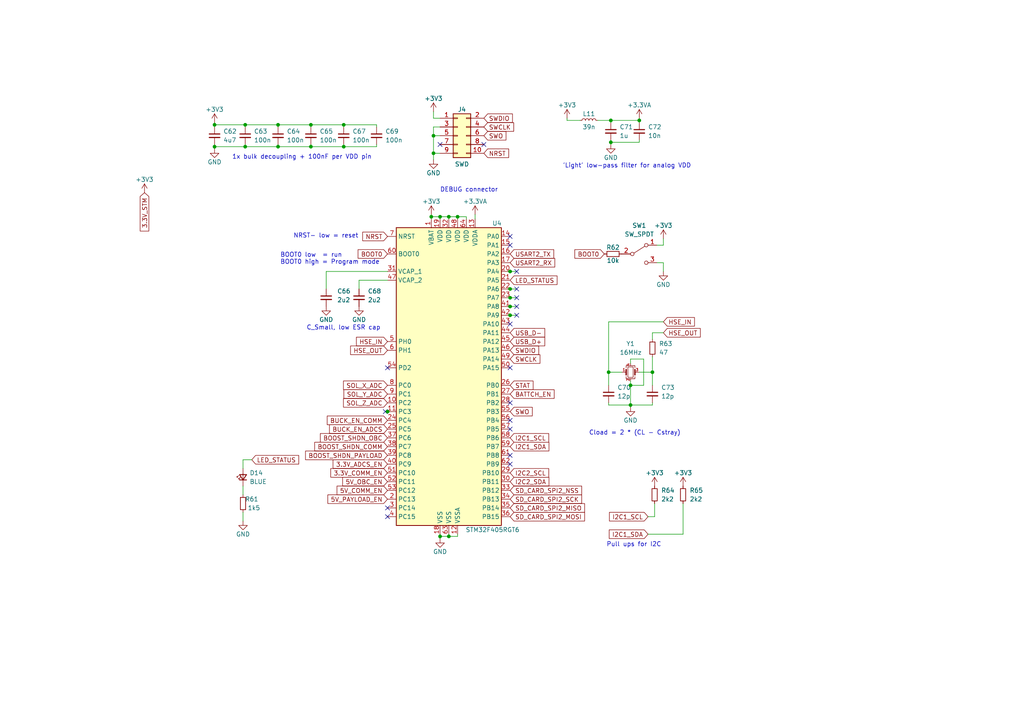
<source format=kicad_sch>
(kicad_sch (version 20230121) (generator eeschema)
  (paper "A4")
  (lib_symbols
    (symbol "Connector_Generic:Conn_02x05_Odd_Even" (pin_names (offset 1.016) hide)
      (property "Reference" "J" (at 1.27 7.62 0))
      (property "Value" "Conn_02x05_Odd_Even" (at 1.27 -7.62 0))
      (symbol "Conn_02x05_Odd_Even_1_1"
        (rectangle (start -1.27 -4.953) (end 0 -5.207) (stroke (width 0.1524)))
        (rectangle (start -1.27 -2.413) (end 0 -2.667) (stroke (width 0.1524)))
        (rectangle (start -1.27 0.127) (end 0 -0.127) (stroke (width 0.1524)))
        (rectangle (start -1.27 2.667) (end 0 2.413) (stroke (width 0.1524)))
        (rectangle (start -1.27 5.207) (end 0 4.953) (stroke (width 0.1524)))
        (rectangle (start -1.27 6.35) (end 3.81 -6.35) (stroke (width 0.254)) (fill (type background)))
        (rectangle (start 3.81 -4.953) (end 2.54 -5.207) (stroke (width 0.1524)))
        (rectangle (start 3.81 -2.413) (end 2.54 -2.667) (stroke (width 0.1524)))
        (rectangle (start 3.81 0.127) (end 2.54 -0.127) (stroke (width 0.1524)))
        (rectangle (start 3.81 2.667) (end 2.54 2.413) (stroke (width 0.1524)))
        (rectangle (start 3.81 5.207) (end 2.54 4.953) (stroke (width 0.1524)))
        (pin passive line (at -5.08 5.08 0) (length 3.81) (name "Pin_1") (number "1"))
        (pin passive line (at 7.62 -5.08 180) (length 3.81) (name "Pin_10") (number "10"))
        (pin passive line (at 7.62 5.08 180) (length 3.81) (name "Pin_2") (number "2"))
        (pin passive line (at -5.08 2.54 0) (length 3.81) (name "Pin_3") (number "3"))
        (pin passive line (at 7.62 2.54 180) (length 3.81) (name "Pin_4") (number "4"))
        (pin passive line (at -5.08 0 0) (length 3.81) (name "Pin_5") (number "5"))
        (pin passive line (at 7.62 0 180) (length 3.81) (name "Pin_6") (number "6"))
        (pin passive line (at -5.08 -2.54 0) (length 3.81) (name "Pin_7") (number "7"))
        (pin passive line (at 7.62 -2.54 180) (length 3.81) (name "Pin_8") (number "8"))
        (pin passive line (at -5.08 -5.08 0) (length 3.81) (name "Pin_9") (number "9"))
      )
    )
    (symbol "Device:C_Small" (pin_numbers hide) (pin_names (offset 0.254) hide)
      (property "Reference" "C" (at 0.254 1.778 0))
      (property "Value" "C_Small" (at 0.254 -2.032 0))
      (symbol "C_Small_0_1"
        (polyline (pts (xy -1.524 -0.508) (xy 1.524 -0.508)) (stroke (width 0.3302)))
        (polyline (pts (xy -1.524 0.508) (xy 1.524 0.508)) (stroke (width 0.3048)))
      )
      (symbol "C_Small_1_1"
        (pin passive line (at 0 2.54 270) (length 2.032) (name "~") (number "1"))
        (pin passive line (at 0 -2.54 90) (length 2.032) (name "~") (number "2"))
      )
    )
    (symbol "Device:Crystal_GND24_Small" (pin_names (offset 1.016) hide)
      (property "Reference" "Y" (at 1.27 4.445 0))
      (property "Value" "Crystal_GND24_Small" (at 1.27 2.54 0))
      (symbol "Crystal_GND24_Small_0_1"
        (rectangle (start -0.762 -1.524) (end 0.762 1.524))
        (polyline (pts (xy -1.27 -0.762) (xy -1.27 0.762)) (stroke (width 0.381)))
        (polyline (pts (xy 1.27 -0.762) (xy 1.27 0.762)) (stroke (width 0.381)))
        (polyline (pts (xy -1.27 -1.27) (xy -1.27 -1.905) (xy 1.27 -1.905) (xy 1.27 -1.27)))
        (polyline (pts (xy -1.27 1.27) (xy -1.27 1.905) (xy 1.27 1.905) (xy 1.27 1.27)))
      )
      (symbol "Crystal_GND24_Small_1_1"
        (pin passive line (at -2.54 0 0) (length 1.27) (name "1") (number "1"))
        (pin passive line (at 0 -2.54 90) (length 0.635) (name "2") (number "2"))
        (pin passive line (at 2.54 0 180) (length 1.27) (name "3") (number "3"))
        (pin passive line (at 0 2.54 270) (length 0.635) (name "4") (number "4"))
      )
    )
    (symbol "Device:LED_Small" (pin_numbers hide) (pin_names (offset 0.254) hide)
      (property "Reference" "D" (at -1.27 3.175 0))
      (property "Value" "LED_Small" (at -4.445 -2.54 0))
      (symbol "LED_Small_0_1"
        (polyline (pts (xy -0.762 -1.016) (xy -0.762 1.016)) (stroke (width 0.254)))
        (polyline (pts (xy 1.016 0) (xy -0.762 0)))
        (polyline (pts (xy 0.762 -1.016) (xy -0.762 0) (xy 0.762 1.016) (xy 0.762 -1.016)) (stroke (width 0.254)))
        (polyline (pts (xy 0 0.762) (xy -0.508 1.27) (xy -0.254 1.27) (xy -0.508 1.27) (xy -0.508 1.016)))
        (polyline (pts (xy 0.508 1.27) (xy 0 1.778) (xy 0.254 1.778) (xy 0 1.778) (xy 0 1.524)))
      )
      (symbol "LED_Small_1_1"
        (pin passive line (at -2.54 0 0) (length 1.778) (name "K") (number "1"))
        (pin passive line (at 2.54 0 180) (length 1.778) (name "A") (number "2"))
      )
    )
    (symbol "Device:L_Small" (pin_numbers hide) (pin_names (offset 0.254) hide)
      (property "Reference" "L" (at 0.762 1.016 0))
      (property "Value" "L_Small" (at 0.762 -1.016 0))
      (symbol "L_Small_0_1"
        (arc (start 0 -2.032) (mid 0.5058 -1.524) (end 0 -1.016))
        (arc (start 0 -1.016) (mid 0.5058 -0.508) (end 0 0))
        (arc (start 0 0) (mid 0.5058 0.508) (end 0 1.016))
        (arc (start 0 1.016) (mid 0.5058 1.524) (end 0 2.032))
      )
      (symbol "L_Small_1_1"
        (pin passive line (at 0 2.54 270) (length 0.508) (name "~") (number "1"))
        (pin passive line (at 0 -2.54 90) (length 0.508) (name "~") (number "2"))
      )
    )
    (symbol "Device:R_Small" (pin_numbers hide) (pin_names (offset 0.254) hide)
      (property "Reference" "R" (at 0.762 0.508 0))
      (property "Value" "R_Small" (at 0.762 -1.016 0))
      (symbol "R_Small_0_1"
        (rectangle (start -0.762 1.778) (end 0.762 -1.778) (stroke (width 0.2032)))
      )
      (symbol "R_Small_1_1"
        (pin passive line (at 0 2.54 270) (length 0.762) (name "~") (number "1"))
        (pin passive line (at 0 -2.54 90) (length 0.762) (name "~") (number "2"))
      )
    )
    (symbol "MCU_ST_STM32F4:STM32F405RGTx"
      (property "Reference" "U" (at -15.24 44.45 0))
      (property "Value" "STM32F405RGTx" (at 10.16 44.45 0))
      (symbol "STM32F405RGTx_0_1"
        (rectangle (start -15.24 -43.18) (end 15.24 43.18) (stroke (width 0.254)) (fill (type background)))
      )
      (symbol "STM32F405RGTx_1_1"
        (pin power_in line (at -5.08 45.72 270) (length 2.54) (name "VBAT") (number "1"))
        (pin bidirectional line (at -17.78 -7.62 0) (length 2.54) (name "PC2") (number "10"))
        (pin bidirectional line (at -17.78 -10.16 0) (length 2.54) (name "PC3") (number "11"))
        (pin power_in line (at 2.54 -45.72 90) (length 2.54) (name "VSSA") (number "12"))
        (pin power_in line (at 7.62 45.72 270) (length 2.54) (name "VDDA") (number "13"))
        (pin bidirectional line (at 17.78 40.64 180) (length 2.54) (name "PA0") (number "14"))
        (pin bidirectional line (at 17.78 38.1 180) (length 2.54) (name "PA1") (number "15"))
        (pin bidirectional line (at 17.78 35.56 180) (length 2.54) (name "PA2") (number "16"))
        (pin bidirectional line (at 17.78 33.02 180) (length 2.54) (name "PA3") (number "17"))
        (pin power_in line (at -2.54 -45.72 90) (length 2.54) (name "VSS") (number "18"))
        (pin power_in line (at -2.54 45.72 270) (length 2.54) (name "VDD") (number "19"))
        (pin bidirectional line (at -17.78 -35.56 0) (length 2.54) (name "PC13") (number "2"))
        (pin bidirectional line (at 17.78 30.48 180) (length 2.54) (name "PA4") (number "20"))
        (pin bidirectional line (at 17.78 27.94 180) (length 2.54) (name "PA5") (number "21"))
        (pin bidirectional line (at 17.78 25.4 180) (length 2.54) (name "PA6") (number "22"))
        (pin bidirectional line (at 17.78 22.86 180) (length 2.54) (name "PA7") (number "23"))
        (pin bidirectional line (at -17.78 -12.7 0) (length 2.54) (name "PC4") (number "24"))
        (pin bidirectional line (at -17.78 -15.24 0) (length 2.54) (name "PC5") (number "25"))
        (pin bidirectional line (at 17.78 -2.54 180) (length 2.54) (name "PB0") (number "26"))
        (pin bidirectional line (at 17.78 -5.08 180) (length 2.54) (name "PB1") (number "27"))
        (pin bidirectional line (at 17.78 -7.62 180) (length 2.54) (name "PB2") (number "28"))
        (pin bidirectional line (at 17.78 -27.94 180) (length 2.54) (name "PB10") (number "29"))
        (pin bidirectional line (at -17.78 -38.1 0) (length 2.54) (name "PC14") (number "3"))
        (pin bidirectional line (at 17.78 -30.48 180) (length 2.54) (name "PB11") (number "30"))
        (pin power_in line (at -17.78 30.48 0) (length 2.54) (name "VCAP_1") (number "31"))
        (pin power_in line (at 0 45.72 270) (length 2.54) (name "VDD") (number "32"))
        (pin bidirectional line (at 17.78 -33.02 180) (length 2.54) (name "PB12") (number "33"))
        (pin bidirectional line (at 17.78 -35.56 180) (length 2.54) (name "PB13") (number "34"))
        (pin bidirectional line (at 17.78 -38.1 180) (length 2.54) (name "PB14") (number "35"))
        (pin bidirectional line (at 17.78 -40.64 180) (length 2.54) (name "PB15") (number "36"))
        (pin bidirectional line (at -17.78 -17.78 0) (length 2.54) (name "PC6") (number "37"))
        (pin bidirectional line (at -17.78 -20.32 0) (length 2.54) (name "PC7") (number "38"))
        (pin bidirectional line (at -17.78 -22.86 0) (length 2.54) (name "PC8") (number "39"))
        (pin bidirectional line (at -17.78 -40.64 0) (length 2.54) (name "PC15") (number "4"))
        (pin bidirectional line (at -17.78 -25.4 0) (length 2.54) (name "PC9") (number "40"))
        (pin bidirectional line (at 17.78 20.32 180) (length 2.54) (name "PA8") (number "41"))
        (pin bidirectional line (at 17.78 17.78 180) (length 2.54) (name "PA9") (number "42"))
        (pin bidirectional line (at 17.78 15.24 180) (length 2.54) (name "PA10") (number "43"))
        (pin bidirectional line (at 17.78 12.7 180) (length 2.54) (name "PA11") (number "44"))
        (pin bidirectional line (at 17.78 10.16 180) (length 2.54) (name "PA12") (number "45"))
        (pin bidirectional line (at 17.78 7.62 180) (length 2.54) (name "PA13") (number "46"))
        (pin power_in line (at -17.78 27.94 0) (length 2.54) (name "VCAP_2") (number "47"))
        (pin power_in line (at 2.54 45.72 270) (length 2.54) (name "VDD") (number "48"))
        (pin bidirectional line (at 17.78 5.08 180) (length 2.54) (name "PA14") (number "49"))
        (pin input line (at -17.78 10.16 0) (length 2.54) (name "PH0") (number "5"))
        (pin bidirectional line (at 17.78 2.54 180) (length 2.54) (name "PA15") (number "50"))
        (pin bidirectional line (at -17.78 -27.94 0) (length 2.54) (name "PC10") (number "51"))
        (pin bidirectional line (at -17.78 -30.48 0) (length 2.54) (name "PC11") (number "52"))
        (pin bidirectional line (at -17.78 -33.02 0) (length 2.54) (name "PC12") (number "53"))
        (pin bidirectional line (at -17.78 2.54 0) (length 2.54) (name "PD2") (number "54"))
        (pin bidirectional line (at 17.78 -10.16 180) (length 2.54) (name "PB3") (number "55"))
        (pin bidirectional line (at 17.78 -12.7 180) (length 2.54) (name "PB4") (number "56"))
        (pin bidirectional line (at 17.78 -15.24 180) (length 2.54) (name "PB5") (number "57"))
        (pin bidirectional line (at 17.78 -17.78 180) (length 2.54) (name "PB6") (number "58"))
        (pin bidirectional line (at 17.78 -20.32 180) (length 2.54) (name "PB7") (number "59"))
        (pin input line (at -17.78 7.62 0) (length 2.54) (name "PH1") (number "6"))
        (pin input line (at -17.78 35.56 0) (length 2.54) (name "BOOT0") (number "60"))
        (pin bidirectional line (at 17.78 -22.86 180) (length 2.54) (name "PB8") (number "61"))
        (pin bidirectional line (at 17.78 -25.4 180) (length 2.54) (name "PB9") (number "62"))
        (pin power_in line (at 0 -45.72 90) (length 2.54) (name "VSS") (number "63"))
        (pin power_in line (at 5.08 45.72 270) (length 2.54) (name "VDD") (number "64"))
        (pin input line (at -17.78 40.64 0) (length 2.54) (name "NRST") (number "7"))
        (pin bidirectional line (at -17.78 -2.54 0) (length 2.54) (name "PC0") (number "8"))
        (pin bidirectional line (at -17.78 -5.08 0) (length 2.54) (name "PC1") (number "9"))
      )
    )
    (symbol "STM32F4_REV2-rescue:+3.3V-power" (power) (pin_names (offset 0))
      (property "Value" "+3.3V-power" (at 0 3.556 0))
      (symbol "+3.3V-power_0_1"
        (polyline (pts (xy -0.762 1.27) (xy 0 2.54)))
        (polyline (pts (xy 0 0) (xy 0 2.54)))
        (polyline (pts (xy 0 2.54) (xy 0.762 1.27)))
      )
      (symbol "+3.3V-power_1_1"
        (pin power_in line (at 0 0 90) (length 0) hide (name "+3V3") (number "1"))
      )
    )
    (symbol "Switch:SW_SPDT" (pin_names (offset 0) hide)
      (property "Reference" "SW" (at 0 4.318 0))
      (property "Value" "SW_SPDT" (at 0 -5.08 0))
      (symbol "SW_SPDT_0_0"
        (circle (center -2.032 0) (radius 0.508))
        (circle (center 2.032 -2.54) (radius 0.508))
      )
      (symbol "SW_SPDT_0_1"
        (polyline (pts (xy -1.524 0.254) (xy 1.651 2.286)))
        (circle (center 2.032 2.54) (radius 0.508))
      )
      (symbol "SW_SPDT_1_1"
        (pin passive line (at 5.08 2.54 180) (length 2.54) (name "A") (number "1"))
        (pin passive line (at -5.08 0 0) (length 2.54) (name "B") (number "2"))
        (pin passive line (at 5.08 -2.54 180) (length 2.54) (name "C") (number "3"))
      )
    )
    (symbol "power:+3.3VA" (power) (pin_names (offset 0))
      (property "Value" "+3.3VA" (at 0 3.556 0))
      (symbol "+3.3VA_0_1"
        (polyline (pts (xy -0.762 1.27) (xy 0 2.54)))
        (polyline (pts (xy 0 0) (xy 0 2.54)))
        (polyline (pts (xy 0 2.54) (xy 0.762 1.27)))
      )
      (symbol "+3.3VA_1_1"
        (pin power_in line (at 0 0 90) (length 0) hide (name "+3.3VA") (number "1"))
      )
    )
    (symbol "power:GND" (power) (pin_names (offset 0))
      (property "Value" "GND" (at 0 -3.81 0))
      (symbol "GND_0_1"
        (polyline (pts (xy 0 0) (xy 0 -1.27) (xy 1.27 -1.27) (xy 0 -2.54) (xy -1.27 -1.27) (xy 0 -1.27)))
      )
      (symbol "GND_1_1"
        (pin power_in line (at 0 0 270) (length 0) hide (name "GND") (number "1"))
      )
    )
  )
  (junction (at 99.695 36.195))
  (junction (at 177.165 34.925))
  (junction (at 177.165 41.275))
  (junction (at 147.955 91.44))
  (junction (at 62.23 36.195))
  (junction (at 189.23 107.95))
  (junction (at 147.955 88.9))
  (junction (at 147.955 83.82))
  (junction (at 90.17 42.545))
  (junction (at 125.095 62.865))
  (junction (at 176.53 107.95))
  (junction (at 62.23 42.545))
  (junction (at 71.12 42.545))
  (junction (at 71.12 36.195))
  (junction (at 125.73 39.37))
  (junction (at 182.88 117.475))
  (junction (at 80.645 42.545))
  (junction (at 130.175 155.575))
  (junction (at 99.695 42.545))
  (junction (at 132.715 62.865))
  (junction (at 80.645 36.195))
  (junction (at 112.395 119.38))
  (junction (at 130.175 62.865))
  (junction (at 147.955 78.74))
  (junction (at 127.635 155.575))
  (junction (at 127.635 62.865))
  (junction (at 125.73 44.45))
  (junction (at 147.955 86.36))
  (junction (at 90.17 36.195))
  (junction (at 185.42 34.925))
  (junction (at 182.88 111.76))
  (no_connect (at 147.955 93.98))
  (no_connect (at 112.395 147.32))
  (no_connect (at 140.335 41.91))
  (no_connect (at 127.635 41.91))
  (no_connect (at 147.955 134.62))
  (no_connect (at 112.395 106.68))
  (no_connect (at 147.955 68.58))
  (no_connect (at 147.955 132.08))
  (no_connect (at 149.86 86.36))
  (no_connect (at 147.955 116.84))
  (no_connect (at 111.76 119.38))
  (no_connect (at 147.955 124.46))
  (no_connect (at 147.955 71.12))
  (no_connect (at 112.395 149.86))
  (no_connect (at 149.86 78.74))
  (no_connect (at 147.955 121.92))
  (no_connect (at 147.955 106.68))
  (no_connect (at 149.86 88.9))
  (no_connect (at 149.86 91.44))
  (no_connect (at 149.86 83.82))
  (wire (pts (xy 80.645 42.545) (xy 90.17 42.545)))
  (wire (pts (xy 182.88 118.11) (xy 182.88 117.475)))
  (wire (pts (xy 62.23 42.545) (xy 71.12 42.545)))
  (wire (pts (xy 189.23 117.475) (xy 189.23 116.84)))
  (wire (pts (xy 90.17 41.91) (xy 90.17 42.545)))
  (wire (pts (xy 147.955 78.74) (xy 149.86 78.74)))
  (wire (pts (xy 125.73 44.45) (xy 125.73 46.355)))
  (wire (pts (xy 112.395 119.38) (xy 113.03 119.38)))
  (wire (pts (xy 90.17 36.195) (xy 99.695 36.195)))
  (wire (pts (xy 99.695 36.195) (xy 109.22 36.195)))
  (wire (pts (xy 62.23 43.18) (xy 62.23 42.545)))
  (wire (pts (xy 185.42 35.56) (xy 185.42 34.925)))
  (wire (pts (xy 176.53 93.345) (xy 176.53 107.95)))
  (wire (pts (xy 127.635 63.5) (xy 127.635 62.865)))
  (wire (pts (xy 62.23 35.56) (xy 62.23 36.195)))
  (wire (pts (xy 185.42 34.925) (xy 177.165 34.925)))
  (wire (pts (xy 182.88 110.49) (xy 182.88 111.76)))
  (wire (pts (xy 147.955 83.82) (xy 149.86 83.82)))
  (wire (pts (xy 192.405 96.52) (xy 189.23 96.52)))
  (wire (pts (xy 147.955 88.9) (xy 149.86 88.9)))
  (wire (pts (xy 177.165 41.275) (xy 177.165 40.64)))
  (wire (pts (xy 182.88 105.41) (xy 182.88 104.14)))
  (wire (pts (xy 132.715 155.575) (xy 132.715 154.94)))
  (wire (pts (xy 186.69 111.76) (xy 182.88 111.76)))
  (wire (pts (xy 90.17 42.545) (xy 99.695 42.545)))
  (wire (pts (xy 80.645 41.91) (xy 80.645 42.545)))
  (wire (pts (xy 99.695 42.545) (xy 109.22 42.545)))
  (wire (pts (xy 176.53 107.95) (xy 180.34 107.95)))
  (wire (pts (xy 90.17 36.83) (xy 90.17 36.195)))
  (wire (pts (xy 135.255 62.865) (xy 135.255 63.5)))
  (wire (pts (xy 127.635 44.45) (xy 125.73 44.45)))
  (wire (pts (xy 71.12 36.195) (xy 80.645 36.195)))
  (wire (pts (xy 164.465 34.29) (xy 164.465 34.925)))
  (wire (pts (xy 177.165 34.925) (xy 173.355 34.925)))
  (wire (pts (xy 62.23 42.545) (xy 62.23 41.91)))
  (wire (pts (xy 111.76 119.38) (xy 112.395 119.38)))
  (wire (pts (xy 185.42 34.29) (xy 185.42 34.925)))
  (wire (pts (xy 147.32 78.74) (xy 147.955 78.74)))
  (wire (pts (xy 127.635 156.21) (xy 127.635 155.575)))
  (wire (pts (xy 125.095 62.865) (xy 127.635 62.865)))
  (wire (pts (xy 187.96 149.86) (xy 189.865 149.86)))
  (wire (pts (xy 127.635 36.83) (xy 125.73 36.83)))
  (wire (pts (xy 192.405 76.2) (xy 190.5 76.2)))
  (wire (pts (xy 130.175 62.865) (xy 132.715 62.865)))
  (wire (pts (xy 190.5 71.12) (xy 192.405 71.12)))
  (wire (pts (xy 125.73 34.29) (xy 127.635 34.29)))
  (wire (pts (xy 109.22 42.545) (xy 109.22 41.91)))
  (wire (pts (xy 182.88 111.76) (xy 182.88 117.475)))
  (wire (pts (xy 147.32 86.36) (xy 147.955 86.36)))
  (wire (pts (xy 132.715 62.865) (xy 135.255 62.865)))
  (wire (pts (xy 70.485 151.13) (xy 70.485 148.59)))
  (wire (pts (xy 127.635 155.575) (xy 130.175 155.575)))
  (wire (pts (xy 109.22 36.195) (xy 109.22 36.83)))
  (wire (pts (xy 80.645 36.195) (xy 90.17 36.195)))
  (wire (pts (xy 99.695 36.83) (xy 99.695 36.195)))
  (wire (pts (xy 176.53 117.475) (xy 176.53 116.84)))
  (wire (pts (xy 99.695 41.91) (xy 99.695 42.545)))
  (wire (pts (xy 185.42 107.95) (xy 189.23 107.95)))
  (wire (pts (xy 127.635 155.575) (xy 127.635 154.94)))
  (wire (pts (xy 62.23 36.195) (xy 62.23 36.83)))
  (wire (pts (xy 130.175 63.5) (xy 130.175 62.865)))
  (wire (pts (xy 71.12 36.83) (xy 71.12 36.195)))
  (wire (pts (xy 127.635 62.865) (xy 130.175 62.865)))
  (wire (pts (xy 125.73 36.83) (xy 125.73 39.37)))
  (wire (pts (xy 62.23 36.195) (xy 71.12 36.195)))
  (wire (pts (xy 182.88 117.475) (xy 176.53 117.475)))
  (wire (pts (xy 186.69 104.14) (xy 186.69 111.76)))
  (wire (pts (xy 104.14 81.28) (xy 112.395 81.28)))
  (wire (pts (xy 176.53 93.345) (xy 192.405 93.345)))
  (wire (pts (xy 147.32 91.44) (xy 147.955 91.44)))
  (wire (pts (xy 125.095 62.23) (xy 125.095 62.865)))
  (wire (pts (xy 70.485 143.51) (xy 70.485 140.97)))
  (wire (pts (xy 147.955 91.44) (xy 149.86 91.44)))
  (wire (pts (xy 130.175 155.575) (xy 132.715 155.575)))
  (wire (pts (xy 182.88 104.14) (xy 186.69 104.14)))
  (wire (pts (xy 132.715 63.5) (xy 132.715 62.865)))
  (wire (pts (xy 185.42 41.275) (xy 185.42 40.64)))
  (wire (pts (xy 182.88 117.475) (xy 189.23 117.475)))
  (wire (pts (xy 189.865 149.86) (xy 189.865 146.05)))
  (wire (pts (xy 177.165 41.91) (xy 177.165 41.275)))
  (wire (pts (xy 80.645 36.83) (xy 80.645 36.195)))
  (wire (pts (xy 70.485 133.35) (xy 70.485 135.89)))
  (wire (pts (xy 125.73 39.37) (xy 125.73 44.45)))
  (wire (pts (xy 164.465 34.925) (xy 168.275 34.925)))
  (wire (pts (xy 71.12 41.91) (xy 71.12 42.545)))
  (wire (pts (xy 189.23 96.52) (xy 189.23 98.425)))
  (wire (pts (xy 192.405 78.74) (xy 192.405 76.2)))
  (wire (pts (xy 187.96 154.94) (xy 198.12 154.94)))
  (wire (pts (xy 189.23 111.76) (xy 189.23 107.95)))
  (wire (pts (xy 125.095 62.865) (xy 125.095 63.5)))
  (wire (pts (xy 177.165 41.275) (xy 185.42 41.275)))
  (wire (pts (xy 147.955 86.36) (xy 149.86 86.36)))
  (wire (pts (xy 177.165 35.56) (xy 177.165 34.925)))
  (wire (pts (xy 125.73 32.385) (xy 125.73 34.29)))
  (wire (pts (xy 192.405 71.12) (xy 192.405 69.215)))
  (wire (pts (xy 189.23 103.505) (xy 189.23 107.95)))
  (wire (pts (xy 198.12 154.94) (xy 198.12 146.05)))
  (wire (pts (xy 94.615 78.74) (xy 112.395 78.74)))
  (wire (pts (xy 104.14 83.82) (xy 104.14 81.28)))
  (wire (pts (xy 176.53 111.76) (xy 176.53 107.95)))
  (wire (pts (xy 147.32 83.82) (xy 147.955 83.82)))
  (wire (pts (xy 127.635 39.37) (xy 125.73 39.37)))
  (wire (pts (xy 130.175 154.94) (xy 130.175 155.575)))
  (wire (pts (xy 73.025 133.35) (xy 70.485 133.35)))
  (wire (pts (xy 147.32 88.9) (xy 147.955 88.9)))
  (wire (pts (xy 137.795 62.23) (xy 137.795 63.5)))
  (wire (pts (xy 94.615 83.82) (xy 94.615 78.74)))
  (wire (pts (xy 71.12 42.545) (xy 80.645 42.545)))
  (text "BOOT0 low  = run\nBOOT0 high = Program mode" (at 81.28 76.835 0) (effects (font (size 1.27 1.27)) (justify left bottom)))
  (text "NRST- low = reset" (at 85.09 69.215 0) (effects (font (size 1.27 1.27)) (justify left bottom)))
  (text "Cload = 2 * (CL - Cstray)" (at 170.815 126.365 0) (effects (font (size 1.27 1.27)) (justify left bottom)))
  (text "DEBUG connector" (at 127.635 55.88 0) (effects (font (size 1.27 1.27)) (justify left bottom)))
  (text "1x bulk decoupling + 100nF per VDD pin" (at 67.31 46.355 0) (effects (font (size 1.27 1.27)) (justify left bottom)))
  (text "Pull ups for I2C" (at 175.895 158.75 0) (effects (font (size 1.27 1.27)) (justify left bottom)))
  (text "'Light' low-pass filter for analog VDD" (at 163.195 48.895 0) (effects (font (size 1.27 1.27)) (justify left bottom)))
  (text "C_Small, low ESR cap" (at 88.9 95.885 0) (effects (font (size 1.27 1.27)) (justify left bottom)))
  (global_label "HSE_IN" (shape input) (at 192.405 93.345 0) (property "Intersheetrefs" "${INTERSHEET_REFS}" (effects hide)))
  (global_label "BOOT0" (shape input) (at 112.395 73.66 180) (property "Intersheetrefs" "${INTERSHEET_REFS}" (effects hide)))
  (global_label "I2C2_SDA" (shape input) (at 147.955 139.7 0) (property "Intersheetrefs" "${INTERSHEET_REFS}" (effects hide)))
  (global_label "I2C1_SDA" (shape input) (at 187.96 154.94 180) (property "Intersheetrefs" "${INTERSHEET_REFS}" (effects hide)))
  (global_label "STAT" (shape input) (at 147.955 111.76 0) (property "Intersheetrefs" "${INTERSHEET_REFS}" (effects hide)))
  (global_label "SWCLK" (shape input) (at 140.335 36.83 0) (property "Intersheetrefs" "${INTERSHEET_REFS}" (effects hide)))
  (global_label "SD_CARD_SPI2_MISO" (shape input) (at 147.955 147.32 0) (property "Intersheetrefs" "${INTERSHEET_REFS}" (effects hide)))
  (global_label "SOL_Z_ADC" (shape input) (at 112.395 116.84 180) (property "Intersheetrefs" "${INTERSHEET_REFS}" (effects hide)))
  (global_label "3.3V_COMM_EN" (shape input) (at 112.395 137.16 180) (property "Intersheetrefs" "${INTERSHEET_REFS}" (effects hide)))
  (global_label "SD_CARD_SPI2_SCK" (shape input) (at 147.955 144.78 0) (property "Intersheetrefs" "${INTERSHEET_REFS}" (effects hide)))
  (global_label "USART2_RX" (shape input) (at 147.955 76.2 0) (property "Intersheetrefs" "${INTERSHEET_REFS}" (effects hide)))
  (global_label "I2C2_SCL" (shape input) (at 147.955 137.16 0) (property "Intersheetrefs" "${INTERSHEET_REFS}" (effects hide)))
  (global_label "HSE_OUT" (shape input) (at 192.405 96.52 0) (property "Intersheetrefs" "${INTERSHEET_REFS}" (effects hide)))
  (global_label "BOOST_SHDN_COMM" (shape input) (at 112.395 129.54 180) (property "Intersheetrefs" "${INTERSHEET_REFS}" (effects hide)))
  (global_label "SWDIO" (shape input) (at 147.955 101.6 0) (property "Intersheetrefs" "${INTERSHEET_REFS}" (effects hide)))
  (global_label "USART2_TX" (shape input) (at 147.955 73.66 0) (property "Intersheetrefs" "${INTERSHEET_REFS}" (effects hide)))
  (global_label "5V_OBC_EN" (shape input) (at 112.395 139.7 180) (property "Intersheetrefs" "${INTERSHEET_REFS}" (effects hide)))
  (global_label "SWO" (shape input) (at 147.955 119.38 0) (property "Intersheetrefs" "${INTERSHEET_REFS}" (effects hide)))
  (global_label "HSE_IN" (shape input) (at 112.395 99.06 180) (property "Intersheetrefs" "${INTERSHEET_REFS}" (effects hide)))
  (global_label "BUCK_EN_ADCS" (shape input) (at 112.395 124.46 180) (property "Intersheetrefs" "${INTERSHEET_REFS}" (effects hide)))
  (global_label "SWCLK" (shape input) (at 147.955 104.14 0) (property "Intersheetrefs" "${INTERSHEET_REFS}" (effects hide)))
  (global_label "5V_PAYLOAD_EN" (shape input) (at 112.395 144.78 180) (property "Intersheetrefs" "${INTERSHEET_REFS}" (effects hide)))
  (global_label "I2C1_SCL" (shape input) (at 147.955 127 0) (property "Intersheetrefs" "${INTERSHEET_REFS}" (effects hide)))
  (global_label "SOL_X_ADC" (shape input) (at 112.395 111.76 180) (property "Intersheetrefs" "${INTERSHEET_REFS}" (effects hide)))
  (global_label "BOOST_SHDN_OBC" (shape input) (at 112.395 127 180) (property "Intersheetrefs" "${INTERSHEET_REFS}" (effects hide)))
  (global_label "SD_CARD_SPI2_MOSI" (shape input) (at 147.955 149.86 0) (property "Intersheetrefs" "${INTERSHEET_REFS}" (effects hide)))
  (global_label "NRST" (shape input) (at 112.395 68.58 180) (property "Intersheetrefs" "${INTERSHEET_REFS}" (effects hide)))
  (global_label "SWO" (shape input) (at 140.335 39.37 0) (property "Intersheetrefs" "${INTERSHEET_REFS}" (effects hide)))
  (global_label "3.3V_STM" (shape input) (at 41.91 55.88 270) (property "Intersheetrefs" "${INTERSHEET_REFS}" (effects hide)))
  (global_label "BATTCH_EN" (shape input) (at 147.955 114.3 0) (property "Intersheetrefs" "${INTERSHEET_REFS}" (effects hide)))
  (global_label "LED_STATUS" (shape input) (at 147.955 81.28 0) (property "Intersheetrefs" "${INTERSHEET_REFS}" (effects hide)))
  (global_label "USB_D-" (shape input) (at 147.955 96.52 0) (property "Intersheetrefs" "${INTERSHEET_REFS}" (effects hide)))
  (global_label "USB_D+" (shape input) (at 147.955 99.06 0) (property "Intersheetrefs" "${INTERSHEET_REFS}" (effects hide)))
  (global_label "SWDIO" (shape input) (at 140.335 34.29 0) (property "Intersheetrefs" "${INTERSHEET_REFS}" (effects hide)))
  (global_label "HSE_OUT" (shape input) (at 112.395 101.6 180) (property "Intersheetrefs" "${INTERSHEET_REFS}" (effects hide)))
  (global_label "SD_CARD_SPI2_NSS" (shape input) (at 147.955 142.24 0) (property "Intersheetrefs" "${INTERSHEET_REFS}" (effects hide)))
  (global_label "SOL_Y_ADC" (shape input) (at 112.395 114.3 180) (property "Intersheetrefs" "${INTERSHEET_REFS}" (effects hide)))
  (global_label "I2C1_SDA" (shape input) (at 147.955 129.54 0) (property "Intersheetrefs" "${INTERSHEET_REFS}" (effects hide)))
  (global_label "BUCK_EN_COMM" (shape input) (at 112.395 121.92 180) (property "Intersheetrefs" "${INTERSHEET_REFS}" (effects hide)))
  (global_label "3.3V_ADCS_EN" (shape input) (at 112.395 134.62 180) (property "Intersheetrefs" "${INTERSHEET_REFS}" (effects hide)))
  (global_label "BOOST_SHDN_PAYLOAD" (shape input) (at 112.395 132.08 180) (property "Intersheetrefs" "${INTERSHEET_REFS}" (effects hide)))
  (global_label "5V_COMM_EN" (shape input) (at 112.395 142.24 180) (property "Intersheetrefs" "${INTERSHEET_REFS}" (effects hide)))
  (global_label "I2C1_SCL" (shape input) (at 187.96 149.86 180) (property "Intersheetrefs" "${INTERSHEET_REFS}" (effects hide)))
  (global_label "NRST" (shape input) (at 140.335 44.45 0) (property "Intersheetrefs" "${INTERSHEET_REFS}" (effects hide)))
  (global_label "BOOT0" (shape input) (at 175.26 73.66 180) (property "Intersheetrefs" "${INTERSHEET_REFS}" (effects hide)))
  (global_label "LED_STATUS" (shape input) (at 73.025 133.35 0) (property "Intersheetrefs" "${INTERSHEET_REFS}" (effects hide)))
  (symbol (lib_id "Device:C_Small") (at 62.23 39.37 0) (unit 1)
    (property "Reference" "C62" (at 64.77 38.1 0) (effects (justify left)))
    (property "Value" "4u7" (at 64.77 40.64 0) (effects (justify left)))
    (property "Footprint" "Capacitor_SMD:C_0805_2012Metric_Pad1.18x1.45mm_HandSolder" (effects hide))
    (property "LCSC Part #" "C19666" (effects hide))
    (instances (project "FinalBoardCircuits" (path "" (reference "C62") (unit 1))) (project "pcb" (path "" (reference "C10") (unit 1))))
  )
  (symbol (lib_id "STM32F4_REV2-rescue:+3.3V-power") (at 198.12 140.97 0) (unit 1)
    (property "Reference" "#PWR068" (effects hide))
    (property "Value" "+3.3V" (at 198.12 137.16 0))
    (instances (project "FinalBoardCircuits" (path "" (reference "#PWR068") (unit 1))) (project "pcb" (path "" (reference "#PWR021") (unit 1))))
  )
  (symbol (lib_id "Device:LED_Small") (at 70.485 138.43 90) (unit 1)
    (property "Reference" "D14" (at 72.39 137.16 90) (effects (justify right)))
    (property "Value" "BLUE" (at 72.39 139.7 90) (effects (justify right)))
    (property "Footprint" "LED_SMD:LED_0805_2012Metric_Pad1.15x1.40mm_HandSolder" (effects hide))
    (property "LCSC Part #" "C72041" (effects hide))
    (instances (project "FinalBoardCircuits" (path "" (reference "D14") (unit 1))) (project "pcb" (path "" (reference "D3") (unit 1))))
  )
  (symbol (lib_id "Device:R_Small") (at 177.8 73.66 270) (unit 1)
    (property "Reference" "R62" (at 177.8 71.755 90))
    (property "Value" "10k" (at 177.8 75.565 90))
    (property "Footprint" "Resistor_SMD:R_0805_2012Metric_Pad1.20x1.40mm_HandSolder" (effects hide))
    (property "LCSC Part #" "C25744" (effects hide))
    (instances (project "FinalBoardCircuits" (path "" (reference "R62") (unit 1))) (project "pcb" (path "" (reference "R10") (unit 1))))
  )
  (symbol (lib_id "Device:C_Small") (at 94.615 86.36 0) (unit 1)
    (property "Reference" "C66" (at 97.79 84.455 0) (effects (justify left)))
    (property "Value" "2u2" (at 97.79 86.995 0) (effects (justify left)))
    (property "Footprint" "Capacitor_SMD:C_0805_2012Metric_Pad1.18x1.45mm_HandSolder" (effects hide))
    (property "LCSC Part #" "C23630" (effects hide))
    (instances (project "FinalBoardCircuits" (path "" (reference "C66") (unit 1))) (project "pcb" (path "" (reference "C14") (unit 1))))
  )
  (symbol (lib_id "power:GND") (at 70.485 151.13 0) (unit 1)
    (property "Reference" "#PWR053" (effects hide))
    (property "Value" "GND" (at 70.485 154.94 0))
    (instances (project "FinalBoardCircuits" (path "" (reference "#PWR053") (unit 1))) (project "pcb" (path "" (reference "#PWR08") (unit 1))))
  )
  (symbol (lib_id "Device:C_Small") (at 80.645 39.37 0) (unit 1)
    (property "Reference" "C64" (at 83.185 38.1 0) (effects (justify left)))
    (property "Value" "100n" (at 83.185 40.64 0) (effects (justify left)))
    (property "Footprint" "Capacitor_SMD:C_0805_2012Metric_Pad1.18x1.45mm_HandSolder" (effects hide))
    (property "LCSC Part #" "C1525" (effects hide))
    (instances (project "FinalBoardCircuits" (path "" (reference "C64") (unit 1))) (project "pcb" (path "" (reference "C12") (unit 1))))
  )
  (symbol (lib_id "Device:C_Small") (at 189.23 114.3 0) (unit 1)
    (property "Reference" "C73" (at 191.77 112.395 0) (effects (justify left)))
    (property "Value" "12p" (at 191.77 114.935 0) (effects (justify left)))
    (property "Footprint" "Capacitor_SMD:C_0805_2012Metric_Pad1.18x1.45mm_HandSolder" (effects hide))
    (property "LCSC Part #" "C1547" (effects hide))
    (instances (project "FinalBoardCircuits" (path "" (reference "C73") (unit 1))) (project "pcb" (path "" (reference "C21") (unit 1))))
  )
  (symbol (lib_id "Device:C_Small") (at 99.695 39.37 0) (unit 1)
    (property "Reference" "C67" (at 102.235 38.1 0) (effects (justify left)))
    (property "Value" "100n" (at 102.235 40.64 0) (effects (justify left)))
    (property "Footprint" "Capacitor_SMD:C_0805_2012Metric_Pad1.18x1.45mm_HandSolder" (effects hide))
    (property "LCSC Part #" "C1525" (effects hide))
    (instances (project "FinalBoardCircuits" (path "" (reference "C67") (unit 1))) (project "pcb" (path "" (reference "C15") (unit 1))))
  )
  (symbol (lib_id "Device:C_Small") (at 71.12 39.37 0) (unit 1)
    (property "Reference" "C63" (at 73.66 38.1 0) (effects (justify left)))
    (property "Value" "100n" (at 73.66 40.64 0) (effects (justify left)))
    (property "Footprint" "Capacitor_SMD:C_0805_2012Metric_Pad1.18x1.45mm_HandSolder" (effects hide))
    (property "LCSC Part #" "C1525" (effects hide))
    (instances (project "FinalBoardCircuits" (path "" (reference "C63") (unit 1))) (project "pcb" (path "" (reference "C11") (unit 1))))
  )
  (symbol (lib_id "Device:C_Small") (at 176.53 114.3 0) (unit 1)
    (property "Reference" "C70" (at 179.07 112.395 0) (effects (justify left)))
    (property "Value" "12p" (at 179.07 114.935 0) (effects (justify left)))
    (property "Footprint" "Capacitor_SMD:C_0805_2012Metric_Pad1.18x1.45mm_HandSolder" (effects hide))
    (property "LCSC Part #" "C1547" (effects hide))
    (instances (project "FinalBoardCircuits" (path "" (reference "C70") (unit 1))) (project "pcb" (path "" (reference "C18") (unit 1))))
  )
  (symbol (lib_id "Device:R_Small") (at 70.485 146.05 180) (unit 1)
    (property "Reference" "R61" (at 73.025 144.78 0))
    (property "Value" "1k5" (at 73.66 147.32 0))
    (property "Footprint" "Resistor_SMD:R_0805_2012Metric_Pad1.20x1.40mm_HandSolder" (effects hide))
    (property "LCSC Part #" "C22843" (effects hide))
    (instances (project "FinalBoardCircuits" (path "" (reference "R61") (unit 1))) (project "pcb" (path "" (reference "R9") (unit 1))))
  )
  (symbol (lib_id "power:GND") (at 127.635 156.21 0) (unit 1)
    (property "Reference" "#PWR059" (effects hide))
    (property "Value" "GND" (at 127.635 160.02 0))
    (instances (project "FinalBoardCircuits" (path "" (reference "#PWR059") (unit 1))) (project "pcb" (path "" (reference "#PWR012") (unit 1))))
  )
  (symbol (lib_id "Device:C_Small") (at 90.17 39.37 0) (unit 1)
    (property "Reference" "C65" (at 92.71 38.1 0) (effects (justify left)))
    (property "Value" "100n" (at 92.71 40.64 0) (effects (justify left)))
    (property "Footprint" "Capacitor_SMD:C_0805_2012Metric_Pad1.18x1.45mm_HandSolder" (effects hide))
    (property "LCSC Part #" "C1525" (effects hide))
    (instances (project "FinalBoardCircuits" (path "" (reference "C65") (unit 1))) (project "pcb" (path "" (reference "C13") (unit 1))))
  )
  (symbol (lib_id "power:GND") (at 125.73 46.355 0) (unit 1)
    (property "Reference" "#PWR058" (effects hide))
    (property "Value" "GND" (at 125.73 50.165 0))
    (instances (project "FinalBoardCircuits" (path "" (reference "#PWR058") (unit 1))) (project "pcb" (path "" (reference "#PWR023") (unit 1))))
  )
  (symbol (lib_id "STM32F4_REV2-rescue:+3.3V-power") (at 125.095 62.23 0) (unit 1)
    (property "Reference" "#PWR056" (effects hide))
    (property "Value" "+3.3V" (at 125.095 58.42 0))
    (instances (project "FinalBoardCircuits" (path "" (reference "#PWR056") (unit 1))) (project "pcb" (path "" (reference "#PWR011") (unit 1))))
  )
  (symbol (lib_id "power:+3.3VA") (at 137.795 62.23 0) (unit 1)
    (property "Reference" "#PWR060" (effects hide))
    (property "Value" "+3.3VA" (at 137.795 58.42 0))
    (instances (project "FinalBoardCircuits" (path "" (reference "#PWR060") (unit 1))) (project "pcb" (path "" (reference "#PWR013") (unit 1))))
  )
  (symbol (lib_id "Connector_Generic:Conn_02x05_Odd_Even") (at 132.715 39.37 0) (unit 1)
    (property "Reference" "J4" (at 133.985 31.75 0))
    (property "Value" "SWD" (at 133.985 47.625 0))
    (property "Footprint" "Connector_PinHeader_1.00mm:PinHeader_2x05_P1.00mm_Vertical_SMD" (effects hide))
    (instances (project "FinalBoardCircuits" (path "" (reference "J4") (unit 1))) (project "pcb" (path "" (reference "J5") (unit 1))))
  )
  (symbol (lib_id "power:+3.3VA") (at 185.42 34.29 0) (unit 1)
    (property "Reference" "#PWR064" (effects hide))
    (property "Value" "+3.3VA" (at 185.42 30.48 0))
    (instances (project "FinalBoardCircuits" (path "" (reference "#PWR064") (unit 1))) (project "pcb" (path "" (reference "#PWR017") (unit 1))))
  )
  (symbol (lib_id "MCU_ST_STM32F4:STM32F405RGTx") (at 130.175 109.22 0) (unit 1)
    (property "Reference" "U4" (at 144.145 64.77 0))
    (property "Value" "STM32F405RGT6" (at 142.875 153.67 0))
    (property "Footprint" "Package_QFP:LQFP-64_10x10mm_P0.5mm" (effects hide))
    (property "Datasheet" "http://www.st.com/st-web-ui/static/active/en/resource/technical/document/datasheet/DM00037051.pdf" (effects hide))
    (property "LCSC Part #" "C15742" (effects hide))
    (instances (project "FinalBoardCircuits" (path "" (reference "U4") (unit 1))) (project "pcb" (path "" (reference "U1") (unit 1))))
  )
  (symbol (lib_id "power:GND") (at 62.23 43.18 0) (unit 1)
    (property "Reference" "#PWR052" (effects hide))
    (property "Value" "GND" (at 62.23 46.99 0))
    (instances (project "FinalBoardCircuits" (path "" (reference "#PWR052") (unit 1))) (project "pcb" (path "" (reference "#PWR07") (unit 1))))
  )
  (symbol (lib_id "STM32F4_REV2-rescue:+3.3V-power") (at 189.865 140.97 0) (unit 1)
    (property "Reference" "#PWR065" (effects hide))
    (property "Value" "+3.3V" (at 189.865 137.16 0))
    (instances (project "FinalBoardCircuits" (path "" (reference "#PWR065") (unit 1))) (project "pcb" (path "" (reference "#PWR018") (unit 1))))
  )
  (symbol (lib_id "Device:Crystal_GND24_Small") (at 182.88 107.95 0) (unit 1)
    (property "Reference" "Y1" (at 181.61 99.695 0) (effects (justify left)))
    (property "Value" "16MHz" (at 179.705 102.235 0) (effects (justify left)))
    (property "Footprint" "Crystal:Crystal_SMD_3225-4Pin_3.2x2.5mm" (effects hide))
    (property "LCSC Part #" "C13738" (effects hide))
  )
  (symbol (lib_id "Device:C_Small") (at 177.165 38.1 0) (unit 1)
    (property "Reference" "C71" (at 179.705 36.83 0) (effects (justify left)))
    (property "Value" "1u" (at 179.705 39.37 0) (effects (justify left)))
    (property "Footprint" "Capacitor_SMD:C_0805_2012Metric_Pad1.18x1.45mm_HandSolder" (effects hide))
    (property "LCSC Part #" "C52923" (effects hide))
    (instances (project "FinalBoardCircuits" (path "" (reference "C71") (unit 1))) (project "pcb" (path "" (reference "C19") (unit 1))))
  )
  (symbol (lib_id "STM32F4_REV2-rescue:+3.3V-power") (at 62.23 35.56 0) (unit 1)
    (property "Reference" "#PWR051" (effects hide))
    (property "Value" "+3.3V" (at 62.23 31.75 0))
    (instances (project "FinalBoardCircuits" (path "" (reference "#PWR051") (unit 1))) (project "pcb" (path "" (reference "#PWR06") (unit 1))))
  )
  (symbol (lib_id "STM32F4_REV2-rescue:+3.3V-power") (at 41.91 55.88 0) (unit 1)
    (property "Reference" "#PWR069" (effects hide))
    (property "Value" "+3.3V" (at 41.91 52.07 0))
    (instances (project "FinalBoardCircuits" (path "" (reference "#PWR069") (unit 1))) (project "pcb" (path "" (reference "#PWR06") (unit 1))))
  )
  (symbol (lib_id "Switch:SW_SPDT") (at 185.42 73.66 0) (unit 1)
    (property "Reference" "SW1" (at 185.42 65.405 0))
    (property "Value" "SW_SPDT" (at 185.42 67.945 0))
    (property "Footprint" "Button_Switch_SMD:SW_SPDT_PCM12" (effects hide))
  )
  (symbol (lib_id "Device:L_Small") (at 170.815 34.925 90) (unit 1)
    (property "Reference" "L11" (at 170.815 33.02 90))
    (property "Value" "39n" (at 170.815 36.83 90))
    (property "Footprint" "Inductor_SMD:L_0805_2012Metric_Pad1.15x1.40mm_HandSolder" (effects hide))
    (property "LCSC Part #" "C26443" (effects hide))
    (instances (project "FinalBoardCircuits" (path "" (reference "L11") (unit 1))) (project "pcb" (path "" (reference "L3") (unit 1))))
  )
  (symbol (lib_id "STM32F4_REV2-rescue:+3.3V-power") (at 192.405 69.215 0) (unit 1)
    (property "Reference" "#PWR066" (effects hide))
    (property "Value" "+3.3V" (at 192.405 65.405 0))
    (instances (project "FinalBoardCircuits" (path "" (reference "#PWR066") (unit 1))) (project "pcb" (path "" (reference "#PWR019") (unit 1))))
  )
  (symbol (lib_id "STM32F4_REV2-rescue:+3.3V-power") (at 125.73 32.385 0) (unit 1)
    (property "Reference" "#PWR057" (effects hide))
    (property "Value" "+3.3V" (at 125.73 28.575 0))
    (instances (project "FinalBoardCircuits" (path "" (reference "#PWR057") (unit 1))) (project "pcb" (path "" (reference "#PWR022") (unit 1))))
  )
  (symbol (lib_id "power:GND") (at 177.165 41.91 0) (unit 1)
    (property "Reference" "#PWR062" (effects hide))
    (property "Value" "GND" (at 177.165 45.72 0))
    (instances (project "FinalBoardCircuits" (path "" (reference "#PWR062") (unit 1))) (project "pcb" (path "" (reference "#PWR015") (unit 1))))
  )
  (symbol (lib_id "Device:R_Small") (at 189.23 100.965 0) (unit 1)
    (property "Reference" "R63" (at 191.135 99.695 0) (effects (justify left)))
    (property "Value" "47" (at 191.135 102.235 0) (effects (justify left)))
    (property "Footprint" "Resistor_SMD:R_0805_2012Metric_Pad1.20x1.40mm_HandSolder" (effects hide))
    (property "LCSC Part #" "C25118" (effects hide))
    (instances (project "FinalBoardCircuits" (path "" (reference "R63") (unit 1))) (project "pcb" (path "" (reference "R11") (unit 1))))
  )
  (symbol (lib_id "power:GND") (at 192.405 78.74 0) (unit 1)
    (property "Reference" "#PWR067" (effects hide))
    (property "Value" "GND" (at 192.405 82.55 0))
    (instances (project "FinalBoardCircuits" (path "" (reference "#PWR067") (unit 1))) (project "pcb" (path "" (reference "#PWR020") (unit 1))))
  )
  (symbol (lib_id "power:GND") (at 104.14 88.9 0) (unit 1)
    (property "Reference" "#PWR055" (effects hide))
    (property "Value" "GND" (at 104.14 92.71 0))
    (instances (project "FinalBoardCircuits" (path "" (reference "#PWR055") (unit 1))) (project "pcb" (path "" (reference "#PWR010") (unit 1))))
  )
  (symbol (lib_id "Device:C_Small") (at 185.42 38.1 0) (unit 1)
    (property "Reference" "C72" (at 187.96 36.83 0) (effects (justify left)))
    (property "Value" "10n" (at 187.96 39.37 0) (effects (justify left)))
    (property "Footprint" "Capacitor_SMD:C_0805_2012Metric_Pad1.18x1.45mm_HandSolder" (effects hide))
    (property "LCSC Part #" "C15195" (effects hide))
    (instances (project "FinalBoardCircuits" (path "" (reference "C72") (unit 1))) (project "pcb" (path "" (reference "C20") (unit 1))))
  )
  (symbol (lib_id "Device:C_Small") (at 109.22 39.37 0) (unit 1)
    (property "Reference" "C69" (at 111.76 38.1 0) (effects (justify left)))
    (property "Value" "100n" (at 111.76 40.64 0) (effects (justify left)))
    (property "Footprint" "Capacitor_SMD:C_0805_2012Metric_Pad1.18x1.45mm_HandSolder" (effects hide))
    (property "LCSC Part #" "C1525" (effects hide))
    (instances (project "FinalBoardCircuits" (path "" (reference "C69") (unit 1))) (project "pcb" (path "" (reference "C17") (unit 1))))
  )
  (symbol (lib_id "power:GND") (at 94.615 88.9 0) (unit 1)
    (property "Reference" "#PWR054" (effects hide))
    (property "Value" "GND" (at 94.615 92.71 0))
    (instances (project "FinalBoardCircuits" (path "" (reference "#PWR054") (unit 1))) (project "pcb" (path "" (reference "#PWR09") (unit 1))))
  )
  (symbol (lib_id "Device:R_Small") (at 189.865 143.51 0) (unit 1)
    (property "Reference" "R64" (at 191.77 142.24 0) (effects (justify left)))
    (property "Value" "2k2" (at 191.77 144.78 0) (effects (justify left)))
    (property "Footprint" "Resistor_SMD:R_0805_2012Metric_Pad1.20x1.40mm_HandSolder" (effects hide))
    (property "LCSC Part #" "C25879" (effects hide))
    (instances (project "FinalBoardCircuits" (path "" (reference "R64") (unit 1))) (project "pcb" (path "" (reference "R12") (unit 1))))
  )
  (symbol (lib_id "Device:R_Small") (at 198.12 143.51 0) (unit 1)
    (property "Reference" "R65" (at 200.025 142.24 0) (effects (justify left)))
    (property "Value" "2k2" (at 200.025 144.78 0) (effects (justify left)))
    (property "Footprint" "Resistor_SMD:R_0805_2012Metric_Pad1.20x1.40mm_HandSolder" (effects hide))
    (property "LCSC Part #" "C25879" (effects hide))
    (instances (project "FinalBoardCircuits" (path "" (reference "R65") (unit 1))) (project "pcb" (path "" (reference "R13") (unit 1))))
  )
  (symbol (lib_id "STM32F4_REV2-rescue:+3.3V-power") (at 164.465 34.29 0) (unit 1)
    (property "Reference" "#PWR061" (effects hide))
    (property "Value" "+3.3V" (at 164.465 30.48 0))
    (instances (project "FinalBoardCircuits" (path "" (reference "#PWR061") (unit 1))) (project "pcb" (path "" (reference "#PWR014") (unit 1))))
  )
  (symbol (lib_id "Device:C_Small") (at 104.14 86.36 0) (unit 1)
    (property "Reference" "C68" (at 106.68 84.455 0) (effects (justify left)))
    (property "Value" "2u2" (at 106.68 86.995 0) (effects (justify left)))
    (property "Footprint" "Capacitor_SMD:C_0805_2012Metric_Pad1.18x1.45mm_HandSolder" (effects hide))
    (property "LCSC Part #" "C23630" (effects hide))
    (instances (project "FinalBoardCircuits" (path "" (reference "C68") (unit 1))) (project "pcb" (path "" (reference "C16") (unit 1))))
  )
  (symbol (lib_id "power:GND") (at 182.88 118.11 0) (unit 1)
    (property "Reference" "#PWR063" (effects hide))
    (property "Value" "GND" (at 182.88 121.92 0))
    (instances (project "FinalBoardCircuits" (path "" (reference "#PWR063") (unit 1))) (project "pcb" (path "" (reference "#PWR016") (unit 1))))
  )
)
</source>
